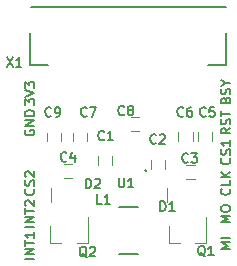
<source format=gto>
G04 #@! TF.FileFunction,Legend,Top*
%FSLAX46Y46*%
G04 Gerber Fmt 4.6, Leading zero omitted, Abs format (unit mm)*
G04 Created by KiCad (PCBNEW 4.0.6) date 03/27/17 14:11:27*
%MOMM*%
%LPD*%
G01*
G04 APERTURE LIST*
%ADD10C,0.100000*%
%ADD11C,0.150000*%
%ADD12C,0.120000*%
%ADD13C,0.200000*%
G04 APERTURE END LIST*
D10*
D11*
X143642857Y-92266666D02*
X143680952Y-92152380D01*
X143719048Y-92114285D01*
X143795238Y-92076190D01*
X143909524Y-92076190D01*
X143985714Y-92114285D01*
X144023810Y-92152380D01*
X144061905Y-92228571D01*
X144061905Y-92533333D01*
X143261905Y-92533333D01*
X143261905Y-92266666D01*
X143300000Y-92190476D01*
X143338095Y-92152380D01*
X143414286Y-92114285D01*
X143490476Y-92114285D01*
X143566667Y-92152380D01*
X143604762Y-92190476D01*
X143642857Y-92266666D01*
X143642857Y-92533333D01*
X144023810Y-91771428D02*
X144061905Y-91657142D01*
X144061905Y-91466666D01*
X144023810Y-91390476D01*
X143985714Y-91352380D01*
X143909524Y-91314285D01*
X143833333Y-91314285D01*
X143757143Y-91352380D01*
X143719048Y-91390476D01*
X143680952Y-91466666D01*
X143642857Y-91619047D01*
X143604762Y-91695238D01*
X143566667Y-91733333D01*
X143490476Y-91771428D01*
X143414286Y-91771428D01*
X143338095Y-91733333D01*
X143300000Y-91695238D01*
X143261905Y-91619047D01*
X143261905Y-91428571D01*
X143300000Y-91314285D01*
X143680952Y-90819047D02*
X144061905Y-90819047D01*
X143261905Y-91085714D02*
X143680952Y-90819047D01*
X143261905Y-90552380D01*
X144061905Y-94638095D02*
X143680952Y-94904762D01*
X144061905Y-95095238D02*
X143261905Y-95095238D01*
X143261905Y-94790476D01*
X143300000Y-94714285D01*
X143338095Y-94676190D01*
X143414286Y-94638095D01*
X143528571Y-94638095D01*
X143604762Y-94676190D01*
X143642857Y-94714285D01*
X143680952Y-94790476D01*
X143680952Y-95095238D01*
X144023810Y-94333333D02*
X144061905Y-94219047D01*
X144061905Y-94028571D01*
X144023810Y-93952381D01*
X143985714Y-93914285D01*
X143909524Y-93876190D01*
X143833333Y-93876190D01*
X143757143Y-93914285D01*
X143719048Y-93952381D01*
X143680952Y-94028571D01*
X143642857Y-94180952D01*
X143604762Y-94257143D01*
X143566667Y-94295238D01*
X143490476Y-94333333D01*
X143414286Y-94333333D01*
X143338095Y-94295238D01*
X143300000Y-94257143D01*
X143261905Y-94180952D01*
X143261905Y-93990476D01*
X143300000Y-93876190D01*
X143261905Y-93647619D02*
X143261905Y-93190476D01*
X144061905Y-93419047D02*
X143261905Y-93419047D01*
X143985714Y-97214286D02*
X144023810Y-97252381D01*
X144061905Y-97366667D01*
X144061905Y-97442857D01*
X144023810Y-97557143D01*
X143947619Y-97633334D01*
X143871429Y-97671429D01*
X143719048Y-97709524D01*
X143604762Y-97709524D01*
X143452381Y-97671429D01*
X143376190Y-97633334D01*
X143300000Y-97557143D01*
X143261905Y-97442857D01*
X143261905Y-97366667D01*
X143300000Y-97252381D01*
X143338095Y-97214286D01*
X144023810Y-96909524D02*
X144061905Y-96795238D01*
X144061905Y-96604762D01*
X144023810Y-96528572D01*
X143985714Y-96490476D01*
X143909524Y-96452381D01*
X143833333Y-96452381D01*
X143757143Y-96490476D01*
X143719048Y-96528572D01*
X143680952Y-96604762D01*
X143642857Y-96757143D01*
X143604762Y-96833334D01*
X143566667Y-96871429D01*
X143490476Y-96909524D01*
X143414286Y-96909524D01*
X143338095Y-96871429D01*
X143300000Y-96833334D01*
X143261905Y-96757143D01*
X143261905Y-96566667D01*
X143300000Y-96452381D01*
X144061905Y-95690476D02*
X144061905Y-96147619D01*
X144061905Y-95919048D02*
X143261905Y-95919048D01*
X143376190Y-95995238D01*
X143452381Y-96071429D01*
X143490476Y-96147619D01*
X143985714Y-99776190D02*
X144023810Y-99814285D01*
X144061905Y-99928571D01*
X144061905Y-100004761D01*
X144023810Y-100119047D01*
X143947619Y-100195238D01*
X143871429Y-100233333D01*
X143719048Y-100271428D01*
X143604762Y-100271428D01*
X143452381Y-100233333D01*
X143376190Y-100195238D01*
X143300000Y-100119047D01*
X143261905Y-100004761D01*
X143261905Y-99928571D01*
X143300000Y-99814285D01*
X143338095Y-99776190D01*
X144061905Y-99052380D02*
X144061905Y-99433333D01*
X143261905Y-99433333D01*
X144061905Y-98785714D02*
X143261905Y-98785714D01*
X144061905Y-98328571D02*
X143604762Y-98671428D01*
X143261905Y-98328571D02*
X143719048Y-98785714D01*
X144061905Y-102585714D02*
X143261905Y-102585714D01*
X143833333Y-102319047D01*
X143261905Y-102052380D01*
X144061905Y-102052380D01*
X143261905Y-101519047D02*
X143261905Y-101366666D01*
X143300000Y-101290475D01*
X143376190Y-101214285D01*
X143528571Y-101176190D01*
X143795238Y-101176190D01*
X143947619Y-101214285D01*
X144023810Y-101290475D01*
X144061905Y-101366666D01*
X144061905Y-101519047D01*
X144023810Y-101595237D01*
X143947619Y-101671428D01*
X143795238Y-101709523D01*
X143528571Y-101709523D01*
X143376190Y-101671428D01*
X143300000Y-101595237D01*
X143261905Y-101519047D01*
X144061905Y-104857143D02*
X143261905Y-104857143D01*
X143833333Y-104590476D01*
X143261905Y-104323809D01*
X144061905Y-104323809D01*
X144061905Y-103942857D02*
X143261905Y-103942857D01*
X127461905Y-105704762D02*
X126661905Y-105704762D01*
X127461905Y-105323810D02*
X126661905Y-105323810D01*
X127461905Y-104866667D01*
X126661905Y-104866667D01*
X126661905Y-104600001D02*
X126661905Y-104142858D01*
X127461905Y-104371429D02*
X126661905Y-104371429D01*
X127461905Y-103457143D02*
X127461905Y-103914286D01*
X127461905Y-103685715D02*
X126661905Y-103685715D01*
X126776190Y-103761905D01*
X126852381Y-103838096D01*
X126890476Y-103914286D01*
X127461905Y-103004762D02*
X126661905Y-103004762D01*
X127461905Y-102623810D02*
X126661905Y-102623810D01*
X127461905Y-102166667D01*
X126661905Y-102166667D01*
X126661905Y-101900001D02*
X126661905Y-101442858D01*
X127461905Y-101671429D02*
X126661905Y-101671429D01*
X126738095Y-101214286D02*
X126700000Y-101176191D01*
X126661905Y-101100000D01*
X126661905Y-100909524D01*
X126700000Y-100833334D01*
X126738095Y-100795238D01*
X126814286Y-100757143D01*
X126890476Y-100757143D01*
X127004762Y-100795238D01*
X127461905Y-101252381D01*
X127461905Y-100757143D01*
X127385714Y-99814286D02*
X127423810Y-99852381D01*
X127461905Y-99966667D01*
X127461905Y-100042857D01*
X127423810Y-100157143D01*
X127347619Y-100233334D01*
X127271429Y-100271429D01*
X127119048Y-100309524D01*
X127004762Y-100309524D01*
X126852381Y-100271429D01*
X126776190Y-100233334D01*
X126700000Y-100157143D01*
X126661905Y-100042857D01*
X126661905Y-99966667D01*
X126700000Y-99852381D01*
X126738095Y-99814286D01*
X127423810Y-99509524D02*
X127461905Y-99395238D01*
X127461905Y-99204762D01*
X127423810Y-99128572D01*
X127385714Y-99090476D01*
X127309524Y-99052381D01*
X127233333Y-99052381D01*
X127157143Y-99090476D01*
X127119048Y-99128572D01*
X127080952Y-99204762D01*
X127042857Y-99357143D01*
X127004762Y-99433334D01*
X126966667Y-99471429D01*
X126890476Y-99509524D01*
X126814286Y-99509524D01*
X126738095Y-99471429D01*
X126700000Y-99433334D01*
X126661905Y-99357143D01*
X126661905Y-99166667D01*
X126700000Y-99052381D01*
X126738095Y-98747619D02*
X126700000Y-98709524D01*
X126661905Y-98633333D01*
X126661905Y-98442857D01*
X126700000Y-98366667D01*
X126738095Y-98328571D01*
X126814286Y-98290476D01*
X126890476Y-98290476D01*
X127004762Y-98328571D01*
X127461905Y-98785714D01*
X127461905Y-98290476D01*
X126700000Y-94809523D02*
X126661905Y-94885714D01*
X126661905Y-94999999D01*
X126700000Y-95114285D01*
X126776190Y-95190476D01*
X126852381Y-95228571D01*
X127004762Y-95266666D01*
X127119048Y-95266666D01*
X127271429Y-95228571D01*
X127347619Y-95190476D01*
X127423810Y-95114285D01*
X127461905Y-94999999D01*
X127461905Y-94923809D01*
X127423810Y-94809523D01*
X127385714Y-94771428D01*
X127119048Y-94771428D01*
X127119048Y-94923809D01*
X127461905Y-94428571D02*
X126661905Y-94428571D01*
X127461905Y-93971428D01*
X126661905Y-93971428D01*
X127461905Y-93590476D02*
X126661905Y-93590476D01*
X126661905Y-93400000D01*
X126700000Y-93285714D01*
X126776190Y-93209523D01*
X126852381Y-93171428D01*
X127004762Y-93133333D01*
X127119048Y-93133333D01*
X127271429Y-93171428D01*
X127347619Y-93209523D01*
X127423810Y-93285714D01*
X127461905Y-93400000D01*
X127461905Y-93590476D01*
X126661905Y-92690476D02*
X126661905Y-92195238D01*
X126966667Y-92461905D01*
X126966667Y-92347619D01*
X127004762Y-92271429D01*
X127042857Y-92233333D01*
X127119048Y-92195238D01*
X127309524Y-92195238D01*
X127385714Y-92233333D01*
X127423810Y-92271429D01*
X127461905Y-92347619D01*
X127461905Y-92576191D01*
X127423810Y-92652381D01*
X127385714Y-92690476D01*
X126661905Y-91966667D02*
X127461905Y-91700000D01*
X126661905Y-91433333D01*
X126661905Y-91242857D02*
X126661905Y-90747619D01*
X126966667Y-91014286D01*
X126966667Y-90900000D01*
X127004762Y-90823810D01*
X127042857Y-90785714D01*
X127119048Y-90747619D01*
X127309524Y-90747619D01*
X127385714Y-90785714D01*
X127423810Y-90823810D01*
X127461905Y-90900000D01*
X127461905Y-91128572D01*
X127423810Y-91204762D01*
X127385714Y-91242857D01*
D12*
X134060000Y-97030000D02*
X134060000Y-97730000D01*
X132860000Y-97730000D02*
X132860000Y-97030000D01*
X137325000Y-98075000D02*
X137325000Y-97375000D01*
X138525000Y-97375000D02*
X138525000Y-98075000D01*
X141025000Y-98925000D02*
X140325000Y-98925000D01*
X140325000Y-97725000D02*
X141025000Y-97725000D01*
X130650000Y-98900000D02*
X129950000Y-98900000D01*
X129950000Y-97700000D02*
X130650000Y-97700000D01*
X142500000Y-95000000D02*
X142500000Y-95700000D01*
X141300000Y-95700000D02*
X141300000Y-95000000D01*
X140850000Y-95000000D02*
X140850000Y-95700000D01*
X139650000Y-95700000D02*
X139650000Y-95000000D01*
X131900000Y-95050000D02*
X131900000Y-95750000D01*
X130700000Y-95750000D02*
X130700000Y-95050000D01*
X136300000Y-94925000D02*
X135600000Y-94925000D01*
X135600000Y-93725000D02*
X136300000Y-93725000D01*
X129700000Y-95050000D02*
X129700000Y-95750000D01*
X128500000Y-95750000D02*
X128500000Y-95050000D01*
D13*
X143650000Y-84425000D02*
X127150000Y-84425000D01*
X127100000Y-89300000D02*
X127100000Y-86625000D01*
X128650000Y-89300000D02*
X127100000Y-89300000D01*
X143700000Y-89300000D02*
X143700000Y-86625000D01*
X142150000Y-89300000D02*
X143700000Y-89300000D01*
X136970711Y-98255000D02*
G75*
G03X136970711Y-98255000I-70711J0D01*
G01*
X136200000Y-101306000D02*
X134600000Y-101306000D01*
X136200000Y-105306000D02*
X134600000Y-105306000D01*
D12*
X138700000Y-99700000D02*
X138700000Y-100900000D01*
X128850000Y-99700000D02*
X128850000Y-100900000D01*
X138820000Y-104360000D02*
X139750000Y-104360000D01*
X141980000Y-104360000D02*
X141050000Y-104360000D01*
X141980000Y-104360000D02*
X141980000Y-102200000D01*
X138820000Y-104360000D02*
X138820000Y-102900000D01*
X128820000Y-104360000D02*
X129750000Y-104360000D01*
X131980000Y-104360000D02*
X131050000Y-104360000D01*
X131980000Y-104360000D02*
X131980000Y-102200000D01*
X128820000Y-104360000D02*
X128820000Y-102900000D01*
D11*
X133366667Y-95585714D02*
X133328572Y-95623810D01*
X133214286Y-95661905D01*
X133138096Y-95661905D01*
X133023810Y-95623810D01*
X132947619Y-95547619D01*
X132909524Y-95471429D01*
X132871429Y-95319048D01*
X132871429Y-95204762D01*
X132909524Y-95052381D01*
X132947619Y-94976190D01*
X133023810Y-94900000D01*
X133138096Y-94861905D01*
X133214286Y-94861905D01*
X133328572Y-94900000D01*
X133366667Y-94938095D01*
X134128572Y-95661905D02*
X133671429Y-95661905D01*
X133900000Y-95661905D02*
X133900000Y-94861905D01*
X133823810Y-94976190D01*
X133747619Y-95052381D01*
X133671429Y-95090476D01*
X137766667Y-95885714D02*
X137728572Y-95923810D01*
X137614286Y-95961905D01*
X137538096Y-95961905D01*
X137423810Y-95923810D01*
X137347619Y-95847619D01*
X137309524Y-95771429D01*
X137271429Y-95619048D01*
X137271429Y-95504762D01*
X137309524Y-95352381D01*
X137347619Y-95276190D01*
X137423810Y-95200000D01*
X137538096Y-95161905D01*
X137614286Y-95161905D01*
X137728572Y-95200000D01*
X137766667Y-95238095D01*
X138071429Y-95238095D02*
X138109524Y-95200000D01*
X138185715Y-95161905D01*
X138376191Y-95161905D01*
X138452381Y-95200000D01*
X138490477Y-95238095D01*
X138528572Y-95314286D01*
X138528572Y-95390476D01*
X138490477Y-95504762D01*
X138033334Y-95961905D01*
X138528572Y-95961905D01*
X140466667Y-97485714D02*
X140428572Y-97523810D01*
X140314286Y-97561905D01*
X140238096Y-97561905D01*
X140123810Y-97523810D01*
X140047619Y-97447619D01*
X140009524Y-97371429D01*
X139971429Y-97219048D01*
X139971429Y-97104762D01*
X140009524Y-96952381D01*
X140047619Y-96876190D01*
X140123810Y-96800000D01*
X140238096Y-96761905D01*
X140314286Y-96761905D01*
X140428572Y-96800000D01*
X140466667Y-96838095D01*
X140733334Y-96761905D02*
X141228572Y-96761905D01*
X140961905Y-97066667D01*
X141076191Y-97066667D01*
X141152381Y-97104762D01*
X141190477Y-97142857D01*
X141228572Y-97219048D01*
X141228572Y-97409524D01*
X141190477Y-97485714D01*
X141152381Y-97523810D01*
X141076191Y-97561905D01*
X140847619Y-97561905D01*
X140771429Y-97523810D01*
X140733334Y-97485714D01*
X130176667Y-97395714D02*
X130138572Y-97433810D01*
X130024286Y-97471905D01*
X129948096Y-97471905D01*
X129833810Y-97433810D01*
X129757619Y-97357619D01*
X129719524Y-97281429D01*
X129681429Y-97129048D01*
X129681429Y-97014762D01*
X129719524Y-96862381D01*
X129757619Y-96786190D01*
X129833810Y-96710000D01*
X129948096Y-96671905D01*
X130024286Y-96671905D01*
X130138572Y-96710000D01*
X130176667Y-96748095D01*
X130862381Y-96938571D02*
X130862381Y-97471905D01*
X130671905Y-96633810D02*
X130481429Y-97205238D01*
X130976667Y-97205238D01*
X141966667Y-93585714D02*
X141928572Y-93623810D01*
X141814286Y-93661905D01*
X141738096Y-93661905D01*
X141623810Y-93623810D01*
X141547619Y-93547619D01*
X141509524Y-93471429D01*
X141471429Y-93319048D01*
X141471429Y-93204762D01*
X141509524Y-93052381D01*
X141547619Y-92976190D01*
X141623810Y-92900000D01*
X141738096Y-92861905D01*
X141814286Y-92861905D01*
X141928572Y-92900000D01*
X141966667Y-92938095D01*
X142690477Y-92861905D02*
X142309524Y-92861905D01*
X142271429Y-93242857D01*
X142309524Y-93204762D01*
X142385715Y-93166667D01*
X142576191Y-93166667D01*
X142652381Y-93204762D01*
X142690477Y-93242857D01*
X142728572Y-93319048D01*
X142728572Y-93509524D01*
X142690477Y-93585714D01*
X142652381Y-93623810D01*
X142576191Y-93661905D01*
X142385715Y-93661905D01*
X142309524Y-93623810D01*
X142271429Y-93585714D01*
X140066667Y-93585714D02*
X140028572Y-93623810D01*
X139914286Y-93661905D01*
X139838096Y-93661905D01*
X139723810Y-93623810D01*
X139647619Y-93547619D01*
X139609524Y-93471429D01*
X139571429Y-93319048D01*
X139571429Y-93204762D01*
X139609524Y-93052381D01*
X139647619Y-92976190D01*
X139723810Y-92900000D01*
X139838096Y-92861905D01*
X139914286Y-92861905D01*
X140028572Y-92900000D01*
X140066667Y-92938095D01*
X140752381Y-92861905D02*
X140600000Y-92861905D01*
X140523810Y-92900000D01*
X140485715Y-92938095D01*
X140409524Y-93052381D01*
X140371429Y-93204762D01*
X140371429Y-93509524D01*
X140409524Y-93585714D01*
X140447619Y-93623810D01*
X140523810Y-93661905D01*
X140676191Y-93661905D01*
X140752381Y-93623810D01*
X140790477Y-93585714D01*
X140828572Y-93509524D01*
X140828572Y-93319048D01*
X140790477Y-93242857D01*
X140752381Y-93204762D01*
X140676191Y-93166667D01*
X140523810Y-93166667D01*
X140447619Y-93204762D01*
X140409524Y-93242857D01*
X140371429Y-93319048D01*
X131886667Y-93585714D02*
X131848572Y-93623810D01*
X131734286Y-93661905D01*
X131658096Y-93661905D01*
X131543810Y-93623810D01*
X131467619Y-93547619D01*
X131429524Y-93471429D01*
X131391429Y-93319048D01*
X131391429Y-93204762D01*
X131429524Y-93052381D01*
X131467619Y-92976190D01*
X131543810Y-92900000D01*
X131658096Y-92861905D01*
X131734286Y-92861905D01*
X131848572Y-92900000D01*
X131886667Y-92938095D01*
X132153334Y-92861905D02*
X132686667Y-92861905D01*
X132343810Y-93661905D01*
X135066667Y-93485714D02*
X135028572Y-93523810D01*
X134914286Y-93561905D01*
X134838096Y-93561905D01*
X134723810Y-93523810D01*
X134647619Y-93447619D01*
X134609524Y-93371429D01*
X134571429Y-93219048D01*
X134571429Y-93104762D01*
X134609524Y-92952381D01*
X134647619Y-92876190D01*
X134723810Y-92800000D01*
X134838096Y-92761905D01*
X134914286Y-92761905D01*
X135028572Y-92800000D01*
X135066667Y-92838095D01*
X135523810Y-93104762D02*
X135447619Y-93066667D01*
X135409524Y-93028571D01*
X135371429Y-92952381D01*
X135371429Y-92914286D01*
X135409524Y-92838095D01*
X135447619Y-92800000D01*
X135523810Y-92761905D01*
X135676191Y-92761905D01*
X135752381Y-92800000D01*
X135790477Y-92838095D01*
X135828572Y-92914286D01*
X135828572Y-92952381D01*
X135790477Y-93028571D01*
X135752381Y-93066667D01*
X135676191Y-93104762D01*
X135523810Y-93104762D01*
X135447619Y-93142857D01*
X135409524Y-93180952D01*
X135371429Y-93257143D01*
X135371429Y-93409524D01*
X135409524Y-93485714D01*
X135447619Y-93523810D01*
X135523810Y-93561905D01*
X135676191Y-93561905D01*
X135752381Y-93523810D01*
X135790477Y-93485714D01*
X135828572Y-93409524D01*
X135828572Y-93257143D01*
X135790477Y-93180952D01*
X135752381Y-93142857D01*
X135676191Y-93104762D01*
X128866667Y-93585714D02*
X128828572Y-93623810D01*
X128714286Y-93661905D01*
X128638096Y-93661905D01*
X128523810Y-93623810D01*
X128447619Y-93547619D01*
X128409524Y-93471429D01*
X128371429Y-93319048D01*
X128371429Y-93204762D01*
X128409524Y-93052381D01*
X128447619Y-92976190D01*
X128523810Y-92900000D01*
X128638096Y-92861905D01*
X128714286Y-92861905D01*
X128828572Y-92900000D01*
X128866667Y-92938095D01*
X129247619Y-93661905D02*
X129400000Y-93661905D01*
X129476191Y-93623810D01*
X129514286Y-93585714D01*
X129590477Y-93471429D01*
X129628572Y-93319048D01*
X129628572Y-93014286D01*
X129590477Y-92938095D01*
X129552381Y-92900000D01*
X129476191Y-92861905D01*
X129323810Y-92861905D01*
X129247619Y-92900000D01*
X129209524Y-92938095D01*
X129171429Y-93014286D01*
X129171429Y-93204762D01*
X129209524Y-93280952D01*
X129247619Y-93319048D01*
X129323810Y-93357143D01*
X129476191Y-93357143D01*
X129552381Y-93319048D01*
X129590477Y-93280952D01*
X129628572Y-93204762D01*
X125100381Y-88643905D02*
X125633714Y-89443905D01*
X125633714Y-88643905D02*
X125100381Y-89443905D01*
X126357524Y-89443905D02*
X125900381Y-89443905D01*
X126128952Y-89443905D02*
X126128952Y-88643905D01*
X126052762Y-88758190D01*
X125976571Y-88834381D01*
X125900381Y-88872476D01*
X134590476Y-98861905D02*
X134590476Y-99509524D01*
X134628571Y-99585714D01*
X134666667Y-99623810D01*
X134742857Y-99661905D01*
X134895238Y-99661905D01*
X134971429Y-99623810D01*
X135009524Y-99585714D01*
X135047619Y-99509524D01*
X135047619Y-98861905D01*
X135847619Y-99661905D02*
X135390476Y-99661905D01*
X135619047Y-99661905D02*
X135619047Y-98861905D01*
X135542857Y-98976190D01*
X135466666Y-99052381D01*
X135390476Y-99090476D01*
X133166667Y-101061905D02*
X132785714Y-101061905D01*
X132785714Y-100261905D01*
X133852381Y-101061905D02*
X133395238Y-101061905D01*
X133623809Y-101061905D02*
X133623809Y-100261905D01*
X133547619Y-100376190D01*
X133471428Y-100452381D01*
X133395238Y-100490476D01*
X138119524Y-101651905D02*
X138119524Y-100851905D01*
X138310000Y-100851905D01*
X138424286Y-100890000D01*
X138500477Y-100966190D01*
X138538572Y-101042381D01*
X138576667Y-101194762D01*
X138576667Y-101309048D01*
X138538572Y-101461429D01*
X138500477Y-101537619D01*
X138424286Y-101613810D01*
X138310000Y-101651905D01*
X138119524Y-101651905D01*
X139338572Y-101651905D02*
X138881429Y-101651905D01*
X139110000Y-101651905D02*
X139110000Y-100851905D01*
X139033810Y-100966190D01*
X138957619Y-101042381D01*
X138881429Y-101080476D01*
X131819524Y-99711905D02*
X131819524Y-98911905D01*
X132010000Y-98911905D01*
X132124286Y-98950000D01*
X132200477Y-99026190D01*
X132238572Y-99102381D01*
X132276667Y-99254762D01*
X132276667Y-99369048D01*
X132238572Y-99521429D01*
X132200477Y-99597619D01*
X132124286Y-99673810D01*
X132010000Y-99711905D01*
X131819524Y-99711905D01*
X132581429Y-98988095D02*
X132619524Y-98950000D01*
X132695715Y-98911905D01*
X132886191Y-98911905D01*
X132962381Y-98950000D01*
X133000477Y-98988095D01*
X133038572Y-99064286D01*
X133038572Y-99140476D01*
X133000477Y-99254762D01*
X132543334Y-99711905D01*
X133038572Y-99711905D01*
X141903810Y-105488095D02*
X141827619Y-105450000D01*
X141751429Y-105373810D01*
X141637143Y-105259524D01*
X141560952Y-105221429D01*
X141484762Y-105221429D01*
X141522857Y-105411905D02*
X141446667Y-105373810D01*
X141370476Y-105297619D01*
X141332381Y-105145238D01*
X141332381Y-104878571D01*
X141370476Y-104726190D01*
X141446667Y-104650000D01*
X141522857Y-104611905D01*
X141675238Y-104611905D01*
X141751429Y-104650000D01*
X141827619Y-104726190D01*
X141865714Y-104878571D01*
X141865714Y-105145238D01*
X141827619Y-105297619D01*
X141751429Y-105373810D01*
X141675238Y-105411905D01*
X141522857Y-105411905D01*
X142627619Y-105411905D02*
X142170476Y-105411905D01*
X142399047Y-105411905D02*
X142399047Y-104611905D01*
X142322857Y-104726190D01*
X142246666Y-104802381D01*
X142170476Y-104840476D01*
X131873810Y-105568095D02*
X131797619Y-105530000D01*
X131721429Y-105453810D01*
X131607143Y-105339524D01*
X131530952Y-105301429D01*
X131454762Y-105301429D01*
X131492857Y-105491905D02*
X131416667Y-105453810D01*
X131340476Y-105377619D01*
X131302381Y-105225238D01*
X131302381Y-104958571D01*
X131340476Y-104806190D01*
X131416667Y-104730000D01*
X131492857Y-104691905D01*
X131645238Y-104691905D01*
X131721429Y-104730000D01*
X131797619Y-104806190D01*
X131835714Y-104958571D01*
X131835714Y-105225238D01*
X131797619Y-105377619D01*
X131721429Y-105453810D01*
X131645238Y-105491905D01*
X131492857Y-105491905D01*
X132140476Y-104768095D02*
X132178571Y-104730000D01*
X132254762Y-104691905D01*
X132445238Y-104691905D01*
X132521428Y-104730000D01*
X132559524Y-104768095D01*
X132597619Y-104844286D01*
X132597619Y-104920476D01*
X132559524Y-105034762D01*
X132102381Y-105491905D01*
X132597619Y-105491905D01*
M02*

</source>
